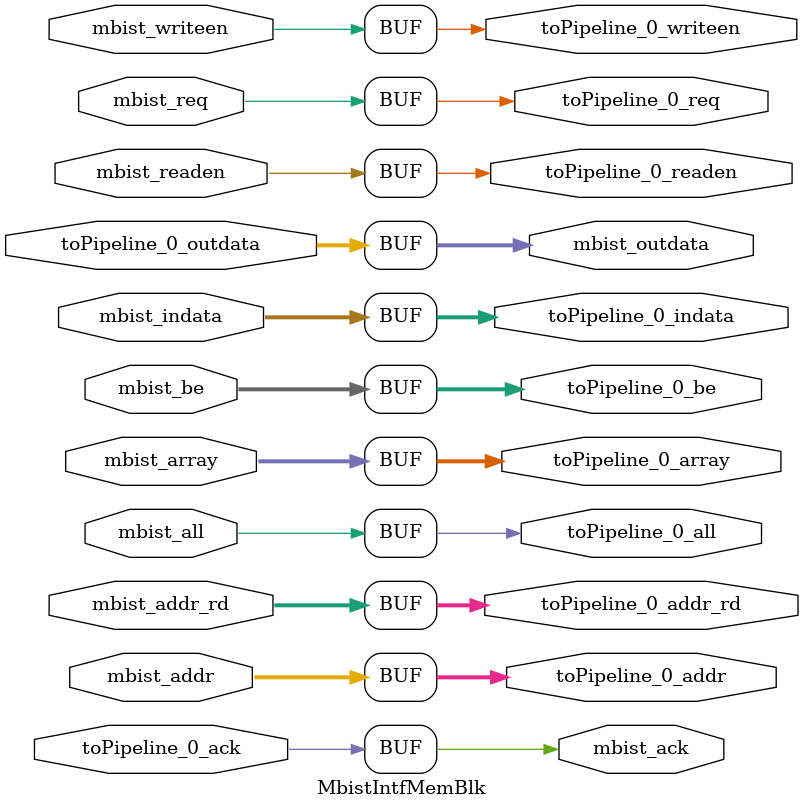
<source format=sv>
`ifndef RANDOMIZE
  `ifdef RANDOMIZE_MEM_INIT
    `define RANDOMIZE
  `endif // RANDOMIZE_MEM_INIT
`endif // not def RANDOMIZE
`ifndef RANDOMIZE
  `ifdef RANDOMIZE_REG_INIT
    `define RANDOMIZE
  `endif // RANDOMIZE_REG_INIT
`endif // not def RANDOMIZE

`ifndef RANDOM
  `define RANDOM $random
`endif // not def RANDOM

// Users can define INIT_RANDOM as general code that gets injected into the
// initializer block for modules with registers.
`ifndef INIT_RANDOM
  `define INIT_RANDOM
`endif // not def INIT_RANDOM

// If using random initialization, you can also define RANDOMIZE_DELAY to
// customize the delay used, otherwise 0.002 is used.
`ifndef RANDOMIZE_DELAY
  `define RANDOMIZE_DELAY 0.002
`endif // not def RANDOMIZE_DELAY

// Define INIT_RANDOM_PROLOG_ for use in our modules below.
`ifndef INIT_RANDOM_PROLOG_
  `ifdef RANDOMIZE
    `ifdef VERILATOR
      `define INIT_RANDOM_PROLOG_ `INIT_RANDOM
    `else  // VERILATOR
      `define INIT_RANDOM_PROLOG_ `INIT_RANDOM #`RANDOMIZE_DELAY begin end
    `endif // VERILATOR
  `else  // RANDOMIZE
    `define INIT_RANDOM_PROLOG_
  `endif // RANDOMIZE
`endif // not def INIT_RANDOM_PROLOG_

// Include register initializers in init blocks unless synthesis is set
`ifndef SYNTHESIS
  `ifndef ENABLE_INITIAL_REG_
    `define ENABLE_INITIAL_REG_
  `endif // not def ENABLE_INITIAL_REG_
`endif // not def SYNTHESIS

// Include rmemory initializers in init blocks unless synthesis is set
`ifndef SYNTHESIS
  `ifndef ENABLE_INITIAL_MEM_
    `define ENABLE_INITIAL_MEM_
  `endif // not def ENABLE_INITIAL_MEM_
`endif // not def SYNTHESIS

module MbistIntfMemBlk(
  output [5:0]   toPipeline_0_array,
  output         toPipeline_0_all,
  output         toPipeline_0_req,
  input          toPipeline_0_ack,
  output         toPipeline_0_writeen,
  output [1:0]   toPipeline_0_be,
  output [8:0]   toPipeline_0_addr,
  output [227:0] toPipeline_0_indata,
  output         toPipeline_0_readen,
  output [8:0]   toPipeline_0_addr_rd,
  input  [227:0] toPipeline_0_outdata,
  input  [5:0]   mbist_array,
  input          mbist_all,
  input          mbist_req,
  output         mbist_ack,
  input          mbist_writeen,
  input  [1:0]   mbist_be,
  input  [8:0]   mbist_addr,
  input  [227:0] mbist_indata,
  input          mbist_readen,
  input  [8:0]   mbist_addr_rd,
  output [227:0] mbist_outdata
);

  assign toPipeline_0_array = mbist_array;
  assign toPipeline_0_all = mbist_all;
  assign toPipeline_0_req = mbist_req;
  assign toPipeline_0_writeen = mbist_writeen;
  assign toPipeline_0_be = mbist_be;
  assign toPipeline_0_addr = mbist_addr;
  assign toPipeline_0_indata = mbist_indata;
  assign toPipeline_0_readen = mbist_readen;
  assign toPipeline_0_addr_rd = mbist_addr_rd;
  assign mbist_ack = toPipeline_0_ack;
  assign mbist_outdata = toPipeline_0_outdata;
endmodule


</source>
